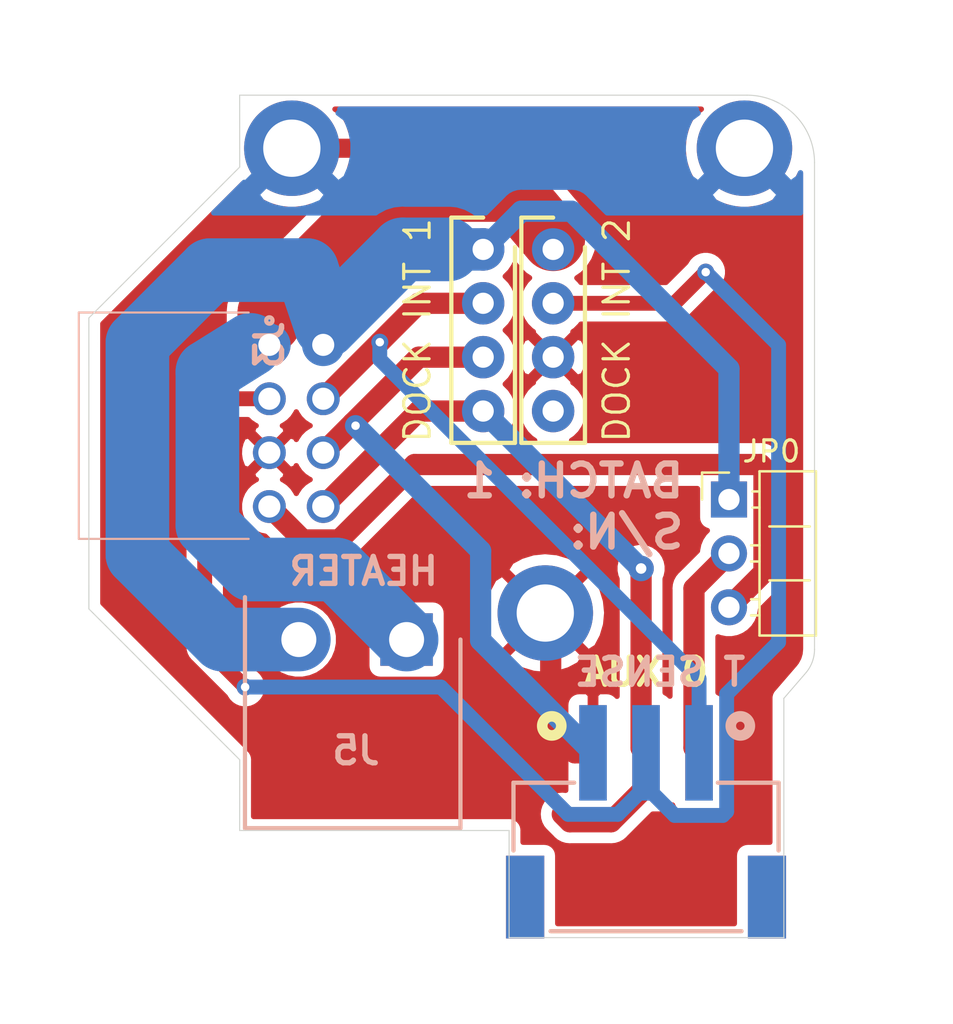
<source format=kicad_pcb>
(kicad_pcb (version 20171130) (host pcbnew "(5.1.9)-1")

  (general
    (thickness 1.6)
    (drawings 76)
    (tracks 86)
    (zones 0)
    (modules 10)
    (nets 10)
  )

  (page A4)
  (layers
    (0 F.Cu signal)
    (31 B.Cu signal)
    (32 B.Adhes user)
    (33 F.Adhes user)
    (34 B.Paste user)
    (35 F.Paste user)
    (36 B.SilkS user)
    (37 F.SilkS user)
    (38 B.Mask user)
    (39 F.Mask user)
    (40 Dwgs.User user)
    (41 Cmts.User user)
    (42 Eco1.User user)
    (43 Eco2.User user)
    (44 Edge.Cuts user)
    (45 Margin user)
    (46 B.CrtYd user)
    (47 F.CrtYd user)
    (48 B.Fab user)
    (49 F.Fab user)
  )

  (setup
    (last_trace_width 0.3)
    (user_trace_width 0.5)
    (user_trace_width 0.7)
    (user_trace_width 0.8)
    (user_trace_width 0.9)
    (user_trace_width 1)
    (user_trace_width 1.5)
    (user_trace_width 1.9)
    (user_trace_width 2)
    (user_trace_width 3)
    (user_trace_width 4)
    (trace_clearance 0.3)
    (zone_clearance 0.508)
    (zone_45_only no)
    (trace_min 0.2)
    (via_size 0.8)
    (via_drill 0.4)
    (via_min_size 0.4)
    (via_min_drill 0.3)
    (user_via 1.2 0.5)
    (user_via 3 1.5)
    (user_via 4 2)
    (uvia_size 0.3)
    (uvia_drill 0.1)
    (uvias_allowed no)
    (uvia_min_size 0.2)
    (uvia_min_drill 0.1)
    (edge_width 0.05)
    (segment_width 0.2)
    (pcb_text_width 0.3)
    (pcb_text_size 1.5 1.5)
    (mod_edge_width 0.12)
    (mod_text_size 1 1)
    (mod_text_width 0.15)
    (pad_size 1.524 1.524)
    (pad_drill 0.762)
    (pad_to_mask_clearance 0)
    (aux_axis_origin 0 0)
    (visible_elements 7FFFFFFF)
    (pcbplotparams
      (layerselection 0x010fc_ffffffff)
      (usegerberextensions false)
      (usegerberattributes true)
      (usegerberadvancedattributes true)
      (creategerberjobfile true)
      (excludeedgelayer true)
      (linewidth 0.100000)
      (plotframeref false)
      (viasonmask false)
      (mode 1)
      (useauxorigin false)
      (hpglpennumber 1)
      (hpglpenspeed 20)
      (hpglpendiameter 15.000000)
      (psnegative false)
      (psa4output false)
      (plotreference true)
      (plotvalue true)
      (plotinvisibletext false)
      (padsonsilk false)
      (subtractmaskfromsilk false)
      (outputformat 1)
      (mirror false)
      (drillshape 1)
      (scaleselection 1)
      (outputdirectory ""))
  )

  (net 0 "")
  (net 1 /GND1_1)
  (net 2 /THERM_OUT_1)
  (net 3 /AUX0_1)
  (net 4 /HEATER_OUT_1)
  (net 5 /24V_1)
  (net 6 /3V3_1)
  (net 7 /V_AUX0_1)
  (net 8 "Net-(J6-Pad3)")
  (net 9 /GND_1)

  (net_class Default "This is the default net class."
    (clearance 0.3)
    (trace_width 0.3)
    (via_dia 0.8)
    (via_drill 0.4)
    (uvia_dia 0.3)
    (uvia_drill 0.1)
    (add_net /24V_1)
    (add_net /3V3_1)
    (add_net /AUX0_1)
    (add_net /GND1_1)
    (add_net /GND_1)
    (add_net /HEATER_OUT_1)
    (add_net /THERM_OUT_1)
    (add_net /V_AUX0_1)
    (add_net "Net-(J6-Pad3)")
  )

  (module 0c-boards:811-S1-004-10-017101 (layer F.Cu) (tedit 60040630) (tstamp 6005AF96)
    (at 139.998999 65.35 270)
    (descr "Preci-Dip 8x1 Spring Pin Thru Hole 2.54mm Header")
    (path /60044234)
    (fp_text reference J8 (at 0 2.5 90) (layer F.Fab)
      (effects (font (size 1.2 1.2) (thickness 0.15)))
    )
    (fp_text value "DOCK INT 2" (at 0 -3 90) (layer F.SilkS)
      (effects (font (size 1.2 1.2) (thickness 0.15)))
    )
    (fp_line (start -3.92 -1.5) (end 5.31 -1.5) (layer F.SilkS) (width 0.2))
    (fp_line (start 5.31 -1.5) (end 5.31 1.5) (layer F.SilkS) (width 0.2))
    (fp_line (start 5.31 1.5) (end -5.31 1.5) (layer F.SilkS) (width 0.2))
    (fp_line (start -5.31 1.5) (end -5.31 0) (layer F.SilkS) (width 0.2))
    (fp_line (start -5.06 -1.25) (end 5.06 -1.25) (layer F.CrtYd) (width 0.05))
    (fp_line (start 5.06 -1.25) (end 5.06 1.25) (layer F.CrtYd) (width 0.05))
    (fp_line (start 5.06 1.25) (end -5.06 1.25) (layer F.CrtYd) (width 0.05))
    (fp_line (start -5.06 1.25) (end -5.06 -1.25) (layer F.CrtYd) (width 0.05))
    (pad 1 thru_hole circle (at -3.81 0 270) (size 2 2) (drill 1) (layers *.Cu *.Mask)
      (net 4 /HEATER_OUT_1))
    (pad 2 thru_hole circle (at -1.27 0 270) (size 2 2) (drill 1) (layers *.Cu *.Mask)
      (net 2 /THERM_OUT_1))
    (pad 3 thru_hole circle (at 1.27 0 270) (size 2 2) (drill 1) (layers *.Cu *.Mask)
      (net 9 /GND_1))
    (pad 4 thru_hole circle (at 3.81 0 270) (size 2 2) (drill 1) (layers *.Cu *.Mask))
    (model "D:/Users/Dave/Documents/3D Printing/Cube Zero/Electronics/switcher/c-boards/c-boards.pretty/811-S1-004-10-017.step"
      (offset (xyz -3.82 0 0))
      (scale (xyz 1 1 1))
      (rotate (xyz 0 0 0))
    )
  )

  (module MountingHole:MountingHole_2.7mm_M2.5_ISO7380_Pad_TopBottom (layer F.Cu) (tedit 56D1B4CB) (tstamp 6005AF42)
    (at 127.679 56.77)
    (descr "Mounting Hole 2.7mm, M2.5, ISO7380")
    (tags "mounting hole 2.7mm m2.5 iso7380")
    (path /600575E9)
    (attr virtual)
    (fp_text reference H4 (at 0 -3.25) (layer F.Fab)
      (effects (font (size 1 1) (thickness 0.15)))
    )
    (fp_text value MountingHole_Pad (at 0 3.25) (layer F.Fab)
      (effects (font (size 1 1) (thickness 0.15)))
    )
    (fp_circle (center 0 0) (end 2.5 0) (layer F.CrtYd) (width 0.05))
    (fp_circle (center 0 0) (end 2.25 0) (layer Cmts.User) (width 0.15))
    (fp_text user %R (at 0.3 0) (layer F.Fab)
      (effects (font (size 1 1) (thickness 0.15)))
    )
    (pad 1 connect circle (at 0 0) (size 4.5 4.5) (layers B.Cu B.Mask)
      (net 9 /GND_1))
    (pad 1 connect circle (at 0 0) (size 4.5 4.5) (layers F.Cu F.Mask)
      (net 9 /GND_1))
    (pad 1 thru_hole circle (at 0 0) (size 3.1 3.1) (drill 2.7) (layers *.Cu *.Mask)
      (net 9 /GND_1))
  )

  (module MountingHole:MountingHole_2.7mm_M2.5_ISO7380_Pad_TopBottom (layer F.Cu) (tedit 56D1B4CB) (tstamp 6005AF27)
    (at 139.629001 78.68)
    (descr "Mounting Hole 2.7mm, M2.5, ISO7380")
    (tags "mounting hole 2.7mm m2.5 iso7380")
    (path /600581E8)
    (attr virtual)
    (fp_text reference H5 (at 0 -3.25) (layer F.Fab)
      (effects (font (size 1 1) (thickness 0.15)))
    )
    (fp_text value MountingHole_Pad (at 0 3.25) (layer F.Fab)
      (effects (font (size 1 1) (thickness 0.15)))
    )
    (fp_circle (center 0 0) (end 2.5 0) (layer F.CrtYd) (width 0.05))
    (fp_circle (center 0 0) (end 2.25 0) (layer Cmts.User) (width 0.15))
    (fp_text user %R (at 0.3 0) (layer F.Fab)
      (effects (font (size 1 1) (thickness 0.15)))
    )
    (pad 1 connect circle (at 0 0) (size 4.5 4.5) (layers B.Cu B.Mask)
      (net 9 /GND_1))
    (pad 1 connect circle (at 0 0) (size 4.5 4.5) (layers F.Cu F.Mask)
      (net 9 /GND_1))
    (pad 1 thru_hole circle (at 0 0) (size 3.1 3.1) (drill 2.7) (layers *.Cu *.Mask)
      (net 9 /GND_1))
  )

  (module 1SamacSys_Parts:SSW-104-XX-YYY-D-RA (layer B.Cu) (tedit 60047270) (tstamp 6005AFCC)
    (at 126.619 66.04 90)
    (descr SSW-104-XX-YYY-D-RA)
    (tags Connector)
    (path /6004FEDF)
    (fp_text reference J3 (at 0 0 90) (layer B.SilkS)
      (effects (font (size 1.27 1.27) (thickness 0.254)) (justify mirror))
    )
    (fp_text value "INTERBOARD B" (at 0 0 90) (layer B.SilkS) hide
      (effects (font (size 1.27 1.27) (thickness 0.254)) (justify mirror))
    )
    (fp_circle (center 1.15 0) (end 1.15 -0.05) (layer B.SilkS) (width 0.2))
    (fp_line (start -10.345 -10.185) (end -10.345 4.315) (layer B.CrtYd) (width 0.05))
    (fp_line (start 2.725 -10.185) (end -10.345 -10.185) (layer B.CrtYd) (width 0.05))
    (fp_line (start 2.725 4.315) (end 2.725 -10.185) (layer B.CrtYd) (width 0.05))
    (fp_line (start -10.345 4.315) (end 2.725 4.315) (layer B.CrtYd) (width 0.05))
    (fp_line (start -9.145 -8.985) (end -9.145 -0.975) (layer B.SilkS) (width 0.1))
    (fp_line (start 1.525 -8.985) (end -9.145 -8.985) (layer B.SilkS) (width 0.1))
    (fp_line (start 1.525 -0.975) (end 1.525 -8.985) (layer B.SilkS) (width 0.1))
    (fp_line (start -9.145 -8.985) (end -9.145 -0.975) (layer B.Fab) (width 0.2))
    (fp_line (start 1.525 -8.985) (end -9.145 -8.985) (layer B.Fab) (width 0.2))
    (fp_line (start 1.525 -0.975) (end 1.525 -8.985) (layer B.Fab) (width 0.2))
    (fp_line (start -9.145 -0.975) (end 1.525 -0.975) (layer B.Fab) (width 0.2))
    (fp_text user %R (at 0 0 90) (layer B.Fab)
      (effects (font (size 1.27 1.27) (thickness 0.254)) (justify mirror))
    )
    (pad 8 thru_hole circle (at -7.62 2.54 90) (size 1.55 1.55) (drill 1.04) (layers *.Cu *.Mask)
      (net 3 /AUX0_1))
    (pad 7 thru_hole circle (at -7.62 0 90) (size 1.55 1.55) (drill 1.04) (layers *.Cu *.Mask)
      (net 7 /V_AUX0_1))
    (pad 6 thru_hole circle (at -5.08 2.54 90) (size 1.55 1.55) (drill 1.04) (layers *.Cu *.Mask)
      (net 6 /3V3_1))
    (pad 5 thru_hole circle (at -5.08 0 90) (size 1.55 1.55) (drill 1.04) (layers *.Cu *.Mask)
      (net 9 /GND_1))
    (pad 4 thru_hole circle (at -2.54 2.54 90) (size 1.55 1.55) (drill 1.04) (layers *.Cu *.Mask)
      (net 1 /GND1_1))
    (pad 3 thru_hole circle (at -2.54 0 90) (size 1.55 1.55) (drill 1.04) (layers *.Cu *.Mask)
      (net 2 /THERM_OUT_1))
    (pad 2 thru_hole circle (at 0 2.54 90) (size 1.55 1.55) (drill 1.04) (layers *.Cu *.Mask)
      (net 5 /24V_1))
    (pad 1 thru_hole circle (at 0 0 90) (size 1.55 1.55) (drill 1.04) (layers *.Cu *.Mask)
      (net 4 /HEATER_OUT_1))
    (model C:\SamacSys_PCB_Library\KiCad\SamacSys_Parts.3dshapes\SSW-104-02-G-D-RA.stp
      (offset (xyz -9.15 -1.5 2.54))
      (scale (xyz 1 1 1))
      (rotate (xyz 180 0 0))
    )
  )

  (module Connector_PinHeader_2.54mm:PinHeader_1x03_P2.54mm_Horizontal (layer F.Cu) (tedit 600571F5) (tstamp 6005AD56)
    (at 148.288999 73.33)
    (descr "Through hole angled pin header, 1x03, 2.54mm pitch, 6mm pin length, single row")
    (tags "Through hole angled pin header THT 1x03 2.54mm single row")
    (path /60039C4C)
    (fp_text reference JP0 (at 2.001001 -2.27) (layer F.SilkS)
      (effects (font (size 1 1) (thickness 0.15)))
    )
    (fp_text value "AUXO 24V SEL" (at 4.385 7.35) (layer F.Fab)
      (effects (font (size 1 1) (thickness 0.15)))
    )
    (fp_line (start 10.55 -1.8) (end -1.8 -1.8) (layer F.CrtYd) (width 0.05))
    (fp_line (start 10.55 6.85) (end 10.55 -1.8) (layer F.CrtYd) (width 0.05))
    (fp_line (start -1.8 6.85) (end 10.55 6.85) (layer F.CrtYd) (width 0.05))
    (fp_line (start -1.8 -1.8) (end -1.8 6.85) (layer F.CrtYd) (width 0.05))
    (fp_line (start -1.27 -1.27) (end 0 -1.27) (layer F.SilkS) (width 0.12))
    (fp_line (start -1.27 0) (end -1.27 -1.27) (layer F.SilkS) (width 0.12))
    (fp_line (start 1.042929 5.46) (end 1.44 5.46) (layer F.SilkS) (width 0.12))
    (fp_line (start 1.042929 4.7) (end 1.44 4.7) (layer F.SilkS) (width 0.12))
    (fp_line (start 1.905 3.81) (end 3.81 3.81) (layer F.SilkS) (width 0.12))
    (fp_line (start 1.042929 2.92) (end 1.44 2.92) (layer F.SilkS) (width 0.12))
    (fp_line (start 1.042929 2.16) (end 1.44 2.16) (layer F.SilkS) (width 0.12))
    (fp_line (start 1.905 1.27) (end 3.81 1.27) (layer F.SilkS) (width 0.12))
    (fp_line (start 1.11 0.38) (end 1.44 0.38) (layer F.SilkS) (width 0.12))
    (fp_line (start 1.11 -0.38) (end 1.44 -0.38) (layer F.SilkS) (width 0.12))
    (fp_line (start 4.1 -1.33) (end 1.44 -1.33) (layer F.SilkS) (width 0.12))
    (fp_line (start 1.44 6.41) (end 4.1 6.41) (layer F.SilkS) (width 0.12))
    (fp_line (start 1.44 -1.33) (end 1.44 6.41) (layer F.SilkS) (width 0.12))
    (fp_line (start 4.04 5.4) (end 10.04 5.4) (layer F.Fab) (width 0.1))
    (fp_line (start 10.04 4.76) (end 10.04 5.4) (layer F.Fab) (width 0.1))
    (fp_line (start 4.04 4.76) (end 10.04 4.76) (layer F.Fab) (width 0.1))
    (fp_line (start -0.32 5.4) (end 1.5 5.4) (layer F.Fab) (width 0.1))
    (fp_line (start -0.32 4.76) (end -0.32 5.4) (layer F.Fab) (width 0.1))
    (fp_line (start -0.32 4.76) (end 1.5 4.76) (layer F.Fab) (width 0.1))
    (fp_line (start 4.04 2.86) (end 10.04 2.86) (layer F.Fab) (width 0.1))
    (fp_line (start 10.04 2.22) (end 10.04 2.86) (layer F.Fab) (width 0.1))
    (fp_line (start 4.04 2.22) (end 10.04 2.22) (layer F.Fab) (width 0.1))
    (fp_line (start -0.32 2.86) (end 1.5 2.86) (layer F.Fab) (width 0.1))
    (fp_line (start -0.32 2.22) (end -0.32 2.86) (layer F.Fab) (width 0.1))
    (fp_line (start -0.32 2.22) (end 1.5 2.22) (layer F.Fab) (width 0.1))
    (fp_line (start 10.04 -0.32) (end 10.04 0.32) (layer F.Fab) (width 0.1))
    (fp_line (start -0.32 0.32) (end 1.5 0.32) (layer F.Fab) (width 0.1))
    (fp_line (start -0.32 -0.32) (end -0.32 0.32) (layer F.Fab) (width 0.1))
    (fp_line (start -0.32 -0.32) (end 1.5 -0.32) (layer F.Fab) (width 0.1))
    (fp_line (start 1.5 -0.635) (end 2.135 -1.27) (layer F.Fab) (width 0.1))
    (fp_line (start 1.5 6.35) (end 1.5 -0.635) (layer F.Fab) (width 0.1))
    (fp_line (start 4.04 6.35) (end 1.5 6.35) (layer F.Fab) (width 0.1))
    (fp_line (start 4.04 -1.27) (end 4.04 6.35) (layer F.Fab) (width 0.1))
    (fp_line (start 2.135 -1.27) (end 4.04 -1.27) (layer F.Fab) (width 0.1))
    (fp_line (start 4.1 -1.33) (end 4.1 6.41) (layer F.SilkS) (width 0.12))
    (fp_text user %R (at 2.77 2.54 90) (layer F.Fab)
      (effects (font (size 1 1) (thickness 0.15)))
    )
    (pad 3 thru_hole oval (at 0 5.08) (size 1.7 1.7) (drill 1) (layers *.Cu *.Mask)
      (net 7 /V_AUX0_1))
    (pad 2 thru_hole oval (at 0 2.54) (size 1.7 1.7) (drill 1) (layers *.Cu *.Mask)
      (net 8 "Net-(J6-Pad3)"))
    (pad 1 thru_hole rect (at 0 0) (size 1.7 1.7) (drill 1) (layers *.Cu *.Mask)
      (net 5 /24V_1))
    (model ${KISYS3DMOD}/Connector_PinHeader_2.54mm.3dshapes/PinHeader_1x03_P2.54mm_Horizontal.wrl
      (at (xyz 0 0 0))
      (scale (xyz 1 1 1))
      (rotate (xyz 0 0 0))
    )
  )

  (module 0c-boards:811-S1-004-10-017101 (layer F.Cu) (tedit 60040630) (tstamp 6005AE43)
    (at 136.699001 65.35 270)
    (descr "Preci-Dip 8x1 Spring Pin Thru Hole 2.54mm Header")
    (path /60042F3C)
    (fp_text reference J7 (at 0 2.5 90) (layer F.Fab)
      (effects (font (size 1.2 1.2) (thickness 0.15)))
    )
    (fp_text value "DOCK INT 1" (at 0 3.095001 90) (layer F.SilkS)
      (effects (font (size 1.2 1.2) (thickness 0.15)))
    )
    (fp_line (start -3.92 -1.5) (end 5.31 -1.5) (layer F.SilkS) (width 0.2))
    (fp_line (start 5.31 -1.5) (end 5.31 1.5) (layer F.SilkS) (width 0.2))
    (fp_line (start 5.31 1.5) (end -5.31 1.5) (layer F.SilkS) (width 0.2))
    (fp_line (start -5.31 1.5) (end -5.31 0) (layer F.SilkS) (width 0.2))
    (fp_line (start -5.06 -1.25) (end 5.06 -1.25) (layer F.CrtYd) (width 0.05))
    (fp_line (start 5.06 -1.25) (end 5.06 1.25) (layer F.CrtYd) (width 0.05))
    (fp_line (start 5.06 1.25) (end -5.06 1.25) (layer F.CrtYd) (width 0.05))
    (fp_line (start -5.06 1.25) (end -5.06 -1.25) (layer F.CrtYd) (width 0.05))
    (pad 1 thru_hole circle (at -3.81 0 270) (size 2 2) (drill 1) (layers *.Cu *.Mask)
      (net 5 /24V_1))
    (pad 2 thru_hole circle (at -1.27 0 270) (size 2 2) (drill 1) (layers *.Cu *.Mask)
      (net 1 /GND1_1))
    (pad 3 thru_hole circle (at 1.27 0 270) (size 2 2) (drill 1) (layers *.Cu *.Mask)
      (net 6 /3V3_1))
    (pad 4 thru_hole circle (at 3.81 0 270) (size 2 2) (drill 1) (layers *.Cu *.Mask)
      (net 3 /AUX0_1))
    (model "D:/Users/Dave/Documents/3D Printing/Cube Zero/Electronics/switcher/c-boards/c-boards.pretty/811-S1-004-10-017.step"
      (offset (xyz -3.82 0 0))
      (scale (xyz 1 1 1))
      (rotate (xyz 0 0 0))
    )
  )

  (module 0_Daves_Stuff:JST-XH_2.50MM_03x01_SMT (layer B.Cu) (tedit 6004C316) (tstamp 6005AE06)
    (at 144.379 85.27 180)
    (descr S3B-XH-SM4-TB)
    (tags Connector)
    (path /6006A913)
    (attr smd)
    (fp_text reference J4 (at 0 -4.445) (layer B.Fab)
      (effects (font (size 1.27 1.27) (thickness 0.254)) (justify mirror))
    )
    (fp_text value "T SENSE" (at -0.655 3.81) (layer B.SilkS)
      (effects (font (size 1.27 1.27) (thickness 0.254)) (justify mirror))
    )
    (fp_line (start -6.25 -1.407) (end 6.25 -1.407) (layer B.Fab) (width 0.2))
    (fp_line (start 6.25 -1.407) (end 6.25 -8.407) (layer B.Fab) (width 0.2))
    (fp_line (start 6.25 -8.407) (end -6.25 -8.407) (layer B.Fab) (width 0.2))
    (fp_line (start -6.25 -8.407) (end -6.25 -1.407) (layer B.Fab) (width 0.2))
    (fp_line (start -4.5 -8.407) (end 4.5 -8.407) (layer B.SilkS) (width 0.2))
    (fp_line (start -6.25 -1.407) (end -6.25 -4.6) (layer B.SilkS) (width 0.2))
    (fp_line (start -6.25 -1.407) (end -3.388 -1.407) (layer B.SilkS) (width 0.2))
    (fp_line (start 6.25 -1.407) (end 3.391 -1.407) (layer B.SilkS) (width 0.2))
    (fp_line (start 6.25 -1.407) (end 6.25 -4.6) (layer B.SilkS) (width 0.2))
    (fp_line (start 6.985 -8.89) (end -6.985 -8.89) (layer B.CrtYd) (width 0.12))
    (fp_line (start -6.985 -8.89) (end -6.985 2.54) (layer B.CrtYd) (width 0.12))
    (fp_line (start -6.985 2.54) (end 6.985 2.54) (layer B.CrtYd) (width 0.12))
    (fp_line (start 6.985 2.54) (end 6.985 -8.89) (layer B.CrtYd) (width 0.12))
    (fp_circle (center -4.445 1.27) (end -4.245 1.27) (layer B.SilkS) (width 0.5))
    (fp_text user %R (at 0 -4.445) (layer B.Fab)
      (effects (font (size 1.27 1.27) (thickness 0.254)) (justify mirror))
    )
    (pad 5 smd rect (at 5.7 -6.8 180) (size 1.8 3.9) (layers B.Cu B.Paste B.Mask))
    (pad 4 smd rect (at -5.7 -6.8 180) (size 1.8 3.9) (layers B.Cu B.Paste B.Mask))
    (pad 3 smd rect (at 2.5 0 180) (size 1.3 4.5) (layers B.Cu B.Paste B.Mask)
      (net 6 /3V3_1))
    (pad 2 smd rect (at 0 0 180) (size 1.3 4.5) (layers B.Cu B.Paste B.Mask)
      (net 2 /THERM_OUT_1))
    (pad 1 smd rect (at -2.5 0 180) (size 1.3 4.5) (layers B.Cu B.Paste B.Mask)
      (net 1 /GND1_1))
    (model "D:/Users/Dave/Documents/3D Printing/Cube Zero/Electronics/switcher/c-boards/c-boards.pretty/JST-XH SMT 1x3.step"
      (offset (xyz 0 -8.5 0))
      (scale (xyz 1 1 1))
      (rotate (xyz 0 0 0))
    )
  )

  (module MountingHole:MountingHole_2.7mm_M2.5_ISO7380_Pad_TopBottom (layer F.Cu) (tedit 56D1B4CB) (tstamp 6005ADDD)
    (at 149.018999 56.77)
    (descr "Mounting Hole 2.7mm, M2.5, ISO7380")
    (tags "mounting hole 2.7mm m2.5 iso7380")
    (path /60056B10)
    (attr virtual)
    (fp_text reference H3 (at 0 -3.25) (layer F.Fab)
      (effects (font (size 1 1) (thickness 0.15)))
    )
    (fp_text value MountingHole_Pad (at 0 3.25) (layer F.Fab)
      (effects (font (size 1 1) (thickness 0.15)))
    )
    (fp_circle (center 0 0) (end 2.5 0) (layer F.CrtYd) (width 0.05))
    (fp_circle (center 0 0) (end 2.25 0) (layer Cmts.User) (width 0.15))
    (fp_text user %R (at 0.3 0) (layer F.Fab)
      (effects (font (size 1 1) (thickness 0.15)))
    )
    (pad 1 connect circle (at 0 0) (size 4.5 4.5) (layers B.Cu B.Mask)
      (net 9 /GND_1))
    (pad 1 connect circle (at 0 0) (size 4.5 4.5) (layers F.Cu F.Mask)
      (net 9 /GND_1))
    (pad 1 thru_hole circle (at 0 0) (size 3.1 3.1) (drill 2.7) (layers *.Cu *.Mask)
      (net 9 /GND_1))
  )

  (module 0_Daves_Stuff:JST-XH_2.50MM_03x01_SMT (layer F.Cu) (tedit 6004C316) (tstamp 60053BFE)
    (at 144.379 85.27)
    (descr S3B-XH-SM4-TB)
    (tags Connector)
    (path /60074238)
    (attr smd)
    (fp_text reference J6 (at 0 4.445) (layer F.Fab)
      (effects (font (size 1.27 1.27) (thickness 0.254)))
    )
    (fp_text value "AUX 0" (at 0 -3.81) (layer F.SilkS)
      (effects (font (size 1.27 1.27) (thickness 0.254)))
    )
    (fp_line (start -6.25 1.407) (end 6.25 1.407) (layer F.Fab) (width 0.2))
    (fp_line (start 6.25 1.407) (end 6.25 8.407) (layer F.Fab) (width 0.2))
    (fp_line (start 6.25 8.407) (end -6.25 8.407) (layer F.Fab) (width 0.2))
    (fp_line (start -6.25 8.407) (end -6.25 1.407) (layer F.Fab) (width 0.2))
    (fp_line (start -4.5 8.407) (end 4.5 8.407) (layer F.SilkS) (width 0.2))
    (fp_line (start -6.25 1.407) (end -6.25 4.6) (layer F.SilkS) (width 0.2))
    (fp_line (start -6.25 1.407) (end -3.388 1.407) (layer F.SilkS) (width 0.2))
    (fp_line (start 6.25 1.407) (end 3.391 1.407) (layer F.SilkS) (width 0.2))
    (fp_line (start 6.25 1.407) (end 6.25 4.6) (layer F.SilkS) (width 0.2))
    (fp_line (start 6.985 8.89) (end -6.985 8.89) (layer F.CrtYd) (width 0.12))
    (fp_line (start -6.985 8.89) (end -6.985 -2.54) (layer F.CrtYd) (width 0.12))
    (fp_line (start -6.985 -2.54) (end 6.985 -2.54) (layer F.CrtYd) (width 0.12))
    (fp_line (start 6.985 -2.54) (end 6.985 8.89) (layer F.CrtYd) (width 0.12))
    (fp_circle (center -4.445 -1.27) (end -4.245 -1.27) (layer F.SilkS) (width 0.5))
    (fp_text user %R (at 0 4.445) (layer F.Fab)
      (effects (font (size 1.27 1.27) (thickness 0.254)))
    )
    (pad 5 smd rect (at 5.7 6.8) (size 1.8 3.9) (layers F.Cu F.Paste F.Mask))
    (pad 4 smd rect (at -5.7 6.8) (size 1.8 3.9) (layers F.Cu F.Paste F.Mask))
    (pad 3 smd rect (at 2.5 0) (size 1.3 4.5) (layers F.Cu F.Paste F.Mask)
      (net 8 "Net-(J6-Pad3)"))
    (pad 2 smd rect (at 0 0) (size 1.3 4.5) (layers F.Cu F.Paste F.Mask)
      (net 3 /AUX0_1))
    (pad 1 smd rect (at -2.5 0) (size 1.3 4.5) (layers F.Cu F.Paste F.Mask)
      (net 9 /GND_1))
    (model "D:/Users/Dave/Documents/3D Printing/Cube Zero/Electronics/switcher/c-boards/c-boards.pretty/JST-XH SMT 1x3.step"
      (offset (xyz 0 -8.5 0))
      (scale (xyz 1 1 1))
      (rotate (xyz 0 0 0))
    )
  )

  (module 1SamacSys_Parts:SHDRRA2W102P0X508_1X2_1016X1200X850P (layer B.Cu) (tedit 60057222) (tstamp 6005AF65)
    (at 133.089 79.93)
    (descr 282815-2)
    (tags Connector)
    (path /6000E48F)
    (fp_text reference J5 (at -2.3876 5.2324) (layer B.SilkS)
      (effects (font (size 1.27 1.27) (thickness 0.254)) (justify mirror))
    )
    (fp_text value HEATER (at -2.025 -3.222) (layer B.SilkS)
      (effects (font (size 1.27 1.27) (thickness 0.254)) (justify mirror))
    )
    (fp_line (start 2.79 -2.25) (end -7.87 -2.25) (layer B.CrtYd) (width 0.05))
    (fp_line (start -7.87 -2.25) (end -7.87 10.25) (layer B.CrtYd) (width 0.05))
    (fp_line (start -7.87 10.25) (end 2.79 10.25) (layer B.CrtYd) (width 0.05))
    (fp_line (start 2.79 10.25) (end 2.79 -2.25) (layer B.CrtYd) (width 0.05))
    (fp_line (start 2.54 -2) (end -7.62 -2) (layer B.Fab) (width 0.1))
    (fp_line (start -7.62 -2) (end -7.62 10) (layer B.Fab) (width 0.1))
    (fp_line (start -7.62 10) (end 2.54 10) (layer B.Fab) (width 0.1))
    (fp_line (start 2.54 10) (end 2.54 -2) (layer B.Fab) (width 0.1))
    (fp_line (start 2.54 0) (end 2.54 8.89) (layer B.SilkS) (width 0.2))
    (fp_line (start 2.54 8.89) (end -7.62 8.89) (layer B.SilkS) (width 0.2))
    (fp_line (start -7.62 8.89) (end -7.62 -2) (layer B.SilkS) (width 0.2))
    (fp_text user %R (at -2.3368 5.2324) (layer B.Fab)
      (effects (font (size 1.27 1.27) (thickness 0.254)) (justify mirror))
    )
    (pad 2 thru_hole circle (at -5.08 0) (size 2.475 2.475) (drill 1.65) (layers *.Cu *.Mask)
      (net 5 /24V_1))
    (pad 1 thru_hole rect (at 0 0) (size 2.475 2.475) (drill 1.65) (layers *.Cu *.Mask)
      (net 4 /HEATER_OUT_1))
    (model C:\SamacSys_PCB_Library\KiCad\SamacSys_Parts.3dshapes\282815-2.stp
      (offset (xyz -2.539999923706063 9.999999849814946 3.799999895246092))
      (scale (xyz 1 1 1))
      (rotate (xyz -90 0 -180))
    )
    (model "D:/Users/Dave/Documents/3D Printing/Cube Zero/Electronics/switcher/c-boards/c-boards.pretty/282807-2.stp"
      (offset (xyz -2.54 1.51 0))
      (scale (xyz 1 1 1))
      (rotate (xyz -90 0 0))
    )
  )

  (gr_line (start 150.876 82.7024) (end 151.907 81.508) (angle 90) (layer Edge.Cuts) (width 0.05) (tstamp 6005AF13))
  (gr_circle (center 140.838999 61.54) (end 141.838999 61.54) (layer Dwgs.User) (width 0.2))
  (gr_line (start 118.109 74.93) (end 115.569 74.93) (layer Dwgs.User) (width 0.2))
  (gr_line (start 136.699001 61.54) (end 137.969 60.27) (layer Dwgs.User) (width 0.2))
  (gr_circle (center 126.619 73.66) (end 127.619 73.66) (layer Dwgs.User) (width 0.2))
  (gr_line (start 135.429 70.43) (end 135.429 60.27) (layer Dwgs.User) (width 0.2))
  (gr_line (start 142.108999 60.27) (end 142.108999 70.43) (layer Dwgs.User) (width 0.2))
  (gr_line (start 135.179 60.02) (end 135.179 70.68) (layer Dwgs.User) (width 0.2))
  (gr_line (start 131.179 74.68) (end 146.358999 74.68) (layer Dwgs.User) (width 0.2))
  (gr_line (start 115.569 64.77) (end 118.109 64.77) (layer Dwgs.User) (width 0.2))
  (gr_line (start 138.129001 93.68) (end 138.129001 86.68) (layer Dwgs.User) (width 0.2))
  (gr_line (start 142.358999 60.02) (end 135.179 60.02) (layer Dwgs.User) (width 0.2))
  (gr_line (start 128.009 78.93) (end 133.089 78.93) (layer Dwgs.User) (width 0.2))
  (gr_line (start 149.128999 73.33) (end 150.399 72.06) (layer Dwgs.User) (width 0.2))
  (gr_line (start 130.429 74.93) (end 118.109 74.93) (layer Dwgs.User) (width 0.2))
  (gr_line (start 139.569 60.27) (end 142.108999 60.27) (layer Dwgs.User) (width 0.2))
  (gr_circle (center 149.858999 56.77) (end 151.208999 56.77) (layer Dwgs.User) (width 0.2))
  (gr_circle (center 136.699001 61.54) (end 137.699001 61.54) (layer Dwgs.User) (width 0.2))
  (gr_line (start 131.179 56.02) (end 131.179 74.68) (layer Dwgs.User) (width 0.2))
  (gr_line (start 118.109 64.77) (end 115.569 64.77) (layer Dwgs.User) (width 0.2))
  (gr_line (start 150.629 93.68) (end 138.129001 93.68) (layer Dwgs.User) (width 0.2))
  (gr_circle (center 141.839 85.27) (end 142.839 85.27) (layer Dwgs.User) (width 0.2))
  (gr_line (start 137.969 70.43) (end 135.429 70.43) (layer Dwgs.User) (width 0.2))
  (gr_line (start 125.469 76.93) (end 128.009 78.93) (layer Dwgs.User) (width 0.2))
  (gr_line (start 115.569 65.024) (end 115.569 67.056) (layer Dwgs.User) (width 0.2))
  (gr_line (start 138.129001 86.68) (end 150.629 86.68) (layer Dwgs.User) (width 0.2))
  (gr_line (start 150.399 72.06) (end 147.858999 72.06) (layer Dwgs.User) (width 0.2))
  (gr_line (start 139.569 70.43) (end 139.569 60.27) (layer Dwgs.User) (width 0.2))
  (gr_line (start 125.469 88.93) (end 125.469 76.93) (layer Dwgs.User) (width 0.2))
  (gr_arc (start 135.179 60.02) (end 135.929 60.02) (angle -270) (layer Dwgs.User) (width 0.2))
  (gr_line (start 142.358999 70.68) (end 142.358999 60.02) (layer Dwgs.User) (width 0.2))
  (gr_line (start 142.108999 70.43) (end 139.569 70.43) (layer Dwgs.User) (width 0.2))
  (gr_line (start 118.109 64.77) (end 130.429 64.77) (layer Dwgs.User) (width 0.2))
  (gr_line (start 135.629001 88.93) (end 125.469 88.93) (layer Dwgs.User) (width 0.2))
  (gr_arc (start 135.179 70.68) (end 135.179 69.93) (angle -270) (layer Dwgs.User) (width 0.2))
  (gr_line (start 135.179 70.68) (end 142.358999 70.68) (layer Dwgs.User) (width 0.2))
  (gr_line (start 118.109 65.024) (end 118.109 67.056) (layer Dwgs.User) (width 0.2))
  (gr_line (start 135.429 60.27) (end 136.699001 61.54) (layer Dwgs.User) (width 0.2))
  (gr_line (start 139.569 60.27) (end 140.838999 61.54) (layer Dwgs.User) (width 0.2))
  (gr_arc (start 142.358999 60.02) (end 142.358999 60.77) (angle -270) (layer Dwgs.User) (width 0.2))
  (gr_line (start 125.469 76.93) (end 135.629001 76.93) (layer Dwgs.User) (width 0.2))
  (gr_line (start 137.969 60.27) (end 137.969 70.43) (layer Dwgs.User) (width 0.2))
  (gr_line (start 147.858999 79.68) (end 150.399 79.68) (layer Dwgs.User) (width 0.2))
  (gr_line (start 150.629 86.68) (end 150.629 93.68) (layer Dwgs.User) (width 0.2))
  (gr_circle (center 139.629001 78.68) (end 140.979 78.68) (layer Dwgs.User) (width 0.2))
  (gr_line (start 115.569 71.697521) (end 124.469 71.697521) (layer Dwgs.User) (width 0.2))
  (gr_line (start 150.399 79.68) (end 150.399 72.06) (layer Dwgs.User) (width 0.2))
  (gr_line (start 147.858999 72.06) (end 147.858999 79.68) (layer Dwgs.User) (width 0.2))
  (gr_line (start 138.129001 86.68) (end 141.839 85.27) (layer Dwgs.User) (width 0.2))
  (gr_line (start 140.838999 61.54) (end 142.108999 60.27) (layer Dwgs.User) (width 0.2))
  (gr_circle (center 149.128999 73.33) (end 149.479 73.914) (layer Dwgs.User) (width 0.15))
  (gr_line (start 146.358999 74.68) (end 146.359 56.02) (layer Dwgs.User) (width 0.2))
  (gr_arc (start 142.358999 70.68) (end 141.608999 70.68) (angle -270) (layer Dwgs.User) (width 0.2))
  (gr_line (start 147.858999 72.06) (end 149.128999 73.33) (layer Dwgs.User) (width 0.2))
  (gr_circle (center 133.089 78.93) (end 134.089 78.93) (layer Dwgs.User) (width 0.2))
  (gr_line (start 146.359 56.02) (end 131.179 56.02) (layer Dwgs.User) (width 0.2))
  (gr_line (start 126.619 64.77) (end 126.619 74.93) (layer Dwgs.User) (width 0.2))
  (gr_circle (center 127.679 56.77) (end 129.029 56.77) (layer Dwgs.User) (width 0.2))
  (gr_line (start 115.569 74.93) (end 118.109 74.93) (layer Dwgs.User) (width 0.2))
  (gr_line (start 130.429 64.77) (end 130.429 74.93) (layer Dwgs.User) (width 0.2))
  (gr_line (start 135.629001 76.93) (end 135.629001 88.93) (layer Dwgs.User) (width 0.2))
  (gr_line (start 135.429 60.27) (end 137.969 60.27) (layer Dwgs.User) (width 0.2))
  (gr_line (start 125.219 54.27) (end 149.145 54.27) (angle 90) (layer Edge.Cuts) (width 0.05) (tstamp 6005AF1C))
  (gr_line (start 125.222 57.658) (end 125.219 54.27) (angle 90) (layer Edge.Cuts) (width 0.05) (tstamp 6005AF19))
  (gr_line (start 152.322 57.447) (end 152.322 80.39) (angle 90) (layer Edge.Cuts) (width 0.05) (tstamp 6005AF16))
  (gr_line (start 118.11 78.486) (end 118.109 64.77) (angle 90) (layer Edge.Cuts) (width 0.05) (tstamp 6005AF10))
  (gr_line (start 118.11 78.486) (end 125.222 85.598) (angle 90) (layer Edge.Cuts) (width 0.05) (tstamp 6005AF0D))
  (gr_line (start 125.219 88.93) (end 125.222 85.598) (angle 90) (layer Edge.Cuts) (width 0.05) (tstamp 6005AF0A))
  (gr_line (start 125.219 88.93) (end 137.922 88.93) (angle 90) (layer Edge.Cuts) (width 0.05) (tstamp 6005AF07))
  (gr_line (start 150.876 93.98) (end 137.922 93.98) (angle 90) (layer Edge.Cuts) (width 0.05) (tstamp 6005AF04))
  (gr_line (start 118.109 64.77) (end 125.222 57.658) (angle 90) (layer Edge.Cuts) (width 0.05) (tstamp 6005AF01))
  (gr_arc (start 149.145 57.447) (end 152.322 57.447) (angle -90) (layer Edge.Cuts) (width 0.05) (tstamp 6005AEFE))
  (gr_arc (start 150.61 80.39) (end 151.907 81.508) (angle -40.74) (layer Edge.Cuts) (width 0.05) (tstamp 6005AEFB))
  (gr_line (start 150.876 93.98) (end 150.876 82.7024) (angle 90) (layer Edge.Cuts) (width 0.05) (tstamp 6005AEF8))
  (gr_line (start 137.922 88.93) (end 137.922 93.98) (angle 90) (layer Edge.Cuts) (width 0.05) (tstamp 6005AEF5))
  (gr_text "BATCH: 1\nS/N:" (at 146.304 73.66) (layer B.SilkS) (tstamp 6005AE62)
    (effects (font (size 1.5 1.5) (thickness 0.3)) (justify left mirror))
  )

  (via (at 131.826 65.913) (size 0.8) (drill 0.4) (layers F.Cu B.Cu) (net 1) (tstamp 6005AE65))
  (segment (start 146.879 85.27) (end 146.879 81.782001) (width 0.7) (layer B.Cu) (net 1) (tstamp 6005AEC5))
  (segment (start 129.159 68.58) (end 131.826 65.913) (width 1) (layer F.Cu) (net 1))
  (segment (start 131.826 65.913) (end 133.659 64.08) (width 1) (layer F.Cu) (net 1))
  (segment (start 133.659 64.08) (end 136.699001 64.08) (width 1) (layer F.Cu) (net 1))
  (segment (start 146.879 81.782001) (end 131.826 66.729001) (width 0.7) (layer B.Cu) (net 1) (tstamp 6005AEEF))
  (segment (start 131.826 66.729001) (end 131.826 65.913) (width 0.7) (layer B.Cu) (net 1) (tstamp 6005AEF2))
  (via (at 147.193 62.611) (size 0.8) (drill 0.4) (layers F.Cu B.Cu) (net 2) (tstamp 6005AE68))
  (via (at 125.476 82.169) (size 0.8) (drill 0.4) (layers F.Cu B.Cu) (net 2) (tstamp 6005AE6B))
  (segment (start 123.571 69.723) (end 123.571 80.264) (width 0.7) (layer F.Cu) (net 2))
  (segment (start 123.571 80.264) (end 125.476 82.169) (width 0.7) (layer F.Cu) (net 2))
  (segment (start 143.049001 88.170001) (end 140.708999 88.170001) (width 0.7) (layer B.Cu) (net 2) (tstamp 6005AEC8))
  (segment (start 148.179001 88.040001) (end 148.179001 82.499999) (width 0.7) (layer B.Cu) (net 2) (tstamp 6005AECB))
  (segment (start 140.708999 88.170001) (end 134.707998 82.169) (width 0.7) (layer B.Cu) (net 2) (tstamp 6005AECE))
  (segment (start 148.179001 82.499999) (end 150.629 80.05) (width 0.7) (layer B.Cu) (net 2) (tstamp 6005AED1))
  (segment (start 124.714 68.58) (end 123.571 69.723) (width 0.7) (layer F.Cu) (net 2))
  (segment (start 144.379 85.27) (end 144.379 86.87) (width 0.7) (layer B.Cu) (net 2) (tstamp 6005AED4))
  (segment (start 144.379 86.840002) (end 144.379 85.27) (width 0.7) (layer B.Cu) (net 2) (tstamp 6005AED7))
  (segment (start 150.629 66.047) (end 147.193 62.611) (width 0.7) (layer B.Cu) (net 2) (tstamp 6005AEDA))
  (segment (start 143.049001 88.170001) (end 144.379 86.840002) (width 0.7) (layer B.Cu) (net 2) (tstamp 6005AEDD))
  (segment (start 126.619 68.58) (end 124.714 68.58) (width 0.7) (layer F.Cu) (net 2))
  (segment (start 134.707998 82.169) (end 125.476 82.169) (width 0.7) (layer B.Cu) (net 2) (tstamp 6005AEE0))
  (segment (start 144.379 86.87) (end 145.729 88.22) (width 0.7) (layer B.Cu) (net 2) (tstamp 6005AEE3))
  (segment (start 145.729 88.22) (end 147.999002 88.22) (width 0.7) (layer B.Cu) (net 2) (tstamp 6005AEE6))
  (segment (start 150.629 80.05) (end 150.629 66.047) (width 0.7) (layer B.Cu) (net 2) (tstamp 6005AEE9))
  (segment (start 147.999002 88.22) (end 148.179001 88.040001) (width 0.7) (layer B.Cu) (net 2) (tstamp 6005AEEC))
  (segment (start 145.724 64.08) (end 139.998999 64.08) (width 0.7) (layer F.Cu) (net 2))
  (segment (start 147.193 62.611) (end 145.724 64.08) (width 0.7) (layer F.Cu) (net 2))
  (via (at 144.145 76.581) (size 1.2) (drill 0.5) (layers F.Cu B.Cu) (net 3) (tstamp 6005AE6E))
  (segment (start 144.120001 76.581) (end 144.145 76.581) (width 1) (layer B.Cu) (net 3) (tstamp 6005AE80))
  (segment (start 136.699001 69.16) (end 144.120001 76.581) (width 1) (layer B.Cu) (net 3) (tstamp 6005AE8F))
  (segment (start 133.659 69.16) (end 129.159 73.66) (width 1) (layer F.Cu) (net 3))
  (segment (start 144.379 85.27) (end 144.379 86.87) (width 1) (layer F.Cu) (net 3))
  (segment (start 144.145 76.581) (end 144.145 85.036) (width 1) (layer F.Cu) (net 3))
  (segment (start 144.145 85.036) (end 144.379 85.27) (width 1) (layer F.Cu) (net 3))
  (segment (start 144.379 86.87) (end 142.729 88.52) (width 1) (layer F.Cu) (net 3))
  (segment (start 136.699001 69.16) (end 133.659 69.16) (width 1) (layer F.Cu) (net 3))
  (segment (start 140.788998 88.52) (end 140.428999 88.160001) (width 1) (layer F.Cu) (net 3))
  (segment (start 142.729 88.52) (end 140.788998 88.52) (width 1) (layer F.Cu) (net 3))
  (segment (start 125.777988 76.62999) (end 123.698 74.550002) (width 3) (layer B.Cu) (net 4) (tstamp 6005AE8C))
  (segment (start 123.698 74.550002) (end 123.698 67.31) (width 3) (layer B.Cu) (net 4) (tstamp 6005AE98))
  (segment (start 129.78899 76.62999) (end 125.777988 76.62999) (width 3) (layer B.Cu) (net 4) (tstamp 6005AE9E))
  (segment (start 126.619 66.04) (end 124.968 66.04) (width 2) (layer B.Cu) (net 4) (tstamp 6005AEAA))
  (segment (start 123.698 67.31) (end 125.73 66.04) (width 3) (layer B.Cu) (net 4) (tstamp 6005AEAD))
  (segment (start 133.089 79.93) (end 129.78899 76.62999) (width 3) (layer B.Cu) (net 4) (tstamp 6005AEB0))
  (segment (start 126.619 66.04) (end 126.619 64.943985) (width 2) (layer F.Cu) (net 4))
  (segment (start 138.038998 58.739999) (end 140.0048 61.0616) (width 3) (layer F.Cu) (net 4))
  (segment (start 132.395001 58.739999) (end 138.038998 58.739999) (width 3) (layer F.Cu) (net 4))
  (segment (start 126.619 64.516) (end 132.395001 58.739999) (width 3) (layer F.Cu) (net 4))
  (segment (start 126.619 64.943985) (end 126.619 64.516) (width 3) (layer F.Cu) (net 4))
  (segment (start 120.39799 65.943092) (end 123.823943 62.517139) (width 3) (layer B.Cu) (net 5) (tstamp 6005AE7A))
  (segment (start 129.159 66.04) (end 129.159 64.389) (width 2) (layer B.Cu) (net 5) (tstamp 6005AE7D))
  (segment (start 136.699001 61.54) (end 135.056 61.54) (width 2) (layer B.Cu) (net 5) (tstamp 6005AE86))
  (segment (start 132.897 61.54) (end 129.286 65.151) (width 3) (layer B.Cu) (net 5) (tstamp 6005AE92))
  (segment (start 128.397 62.517139) (end 129.286 65.151) (width 3) (layer B.Cu) (net 5) (tstamp 6005AE95))
  (segment (start 123.823943 62.517139) (end 128.397 62.517139) (width 3) (layer B.Cu) (net 5) (tstamp 6005AEA1))
  (segment (start 128.009 79.93) (end 124.41108 79.93) (width 3) (layer B.Cu) (net 5) (tstamp 6005AEB3))
  (segment (start 120.39799 75.91691) (end 120.39799 65.943092) (width 3) (layer B.Cu) (net 5) (tstamp 6005AEB6))
  (segment (start 124.41108 79.93) (end 120.39799 75.91691) (width 3) (layer B.Cu) (net 5) (tstamp 6005AEBF))
  (segment (start 135.056 61.54) (end 132.897 61.54) (width 3) (layer B.Cu) (net 5) (tstamp 6005AEC2))
  (segment (start 148.288999 67.165998) (end 148.288999 73.33) (width 1) (layer B.Cu) (net 5))
  (segment (start 140.863 59.739999) (end 148.288999 67.165998) (width 1) (layer B.Cu) (net 5))
  (segment (start 138.499002 59.739999) (end 140.863 59.739999) (width 1) (layer B.Cu) (net 5))
  (segment (start 136.699001 61.54) (end 138.499002 59.739999) (width 1) (layer B.Cu) (net 5))
  (via (at 130.683 69.85) (size 0.8) (drill 0.4) (layers F.Cu B.Cu) (net 6) (tstamp 6005AE71))
  (segment (start 130.683 69.85) (end 136.579 75.746) (width 1) (layer B.Cu) (net 6) (tstamp 6005AE83))
  (segment (start 136.579 75.746) (end 136.579 79.97) (width 1) (layer B.Cu) (net 6) (tstamp 6005AE89))
  (segment (start 130.556 69.723) (end 133.659 66.62) (width 1) (layer F.Cu) (net 6))
  (segment (start 130.556 69.723) (end 130.683 69.85) (width 1) (layer F.Cu) (net 6))
  (segment (start 136.579 79.97) (end 141.879 85.27) (width 1) (layer B.Cu) (net 6) (tstamp 6005AE9B))
  (segment (start 133.659 66.62) (end 136.699001 66.62) (width 1) (layer F.Cu) (net 6))
  (segment (start 129.159 71.12) (end 130.556 69.723) (width 1) (layer F.Cu) (net 6))
  (segment (start 128.194001 75.235001) (end 126.619 73.66) (width 1) (layer F.Cu) (net 7))
  (segment (start 129.915001 75.235001) (end 128.194001 75.235001) (width 1) (layer F.Cu) (net 7))
  (segment (start 133.470003 71.679999) (end 129.915001 75.235001) (width 1) (layer F.Cu) (net 7))
  (segment (start 149.779 71.679999) (end 133.470003 71.679999) (width 1) (layer F.Cu) (net 7))
  (segment (start 149.939 71.839999) (end 149.779 71.679999) (width 1) (layer F.Cu) (net 7))
  (segment (start 149.939 76.759999) (end 149.939 71.839999) (width 1) (layer F.Cu) (net 7))
  (segment (start 148.288999 78.41) (end 149.939 76.759999) (width 1) (layer F.Cu) (net 7))
  (segment (start 146.638998 77.520001) (end 148.288999 75.87) (width 1) (layer F.Cu) (net 8))
  (segment (start 146.638998 85.029998) (end 146.638998 77.520001) (width 1) (layer F.Cu) (net 8))
  (segment (start 146.879 85.27) (end 146.638998 85.029998) (width 1) (layer F.Cu) (net 8))
  (segment (start 127.679 56.77) (end 130.682 56.77) (width 0.9) (layer F.Cu) (net 9))
  (segment (start 141.879 85.27) (end 141.023 85.27) (width 1) (layer F.Cu) (net 9))
  (segment (start 139.884001 84.131001) (end 139.884001 78.68) (width 1) (layer F.Cu) (net 9))
  (segment (start 141.023 85.27) (end 139.884001 84.131001) (width 1) (layer F.Cu) (net 9))

  (zone (net 9) (net_name /GND_1) (layer F.Cu) (tstamp 0) (hatch edge 0.508)
    (connect_pads (clearance 0.508))
    (min_thickness 0.254)
    (fill yes (arc_segments 32) (thermal_gap 0.508) (thermal_bridge_width 0.508))
    (polygon
      (pts
        (xy 153.035 97.79) (xy 113.919 98.044) (xy 113.919 49.784) (xy 153.035 50.8)
      )
    )
    (filled_polygon
      (pts
        (xy 146.601295 55.170416) (xy 146.335687 55.672822) (xy 146.173198 56.217393) (xy 146.120071 56.783199) (xy 146.178347 57.348498)
        (xy 146.345789 57.891566) (xy 146.601295 58.369584) (xy 146.993659 58.615735) (xy 148.839394 56.77) (xy 148.825252 56.755858)
        (xy 149.004857 56.576253) (xy 149.018999 56.590395) (xy 149.033142 56.576253) (xy 149.212747 56.755858) (xy 149.198604 56.77)
        (xy 151.044339 58.615735) (xy 151.436703 58.369584) (xy 151.662 57.943427) (xy 151.662001 80.361747) (xy 151.639127 80.594161)
        (xy 151.579871 80.790165) (xy 151.478136 80.981333) (xy 151.393791 81.092489) (xy 150.413452 82.2282) (xy 150.407053 82.233452)
        (xy 150.37103 82.277346) (xy 150.355205 82.295679) (xy 150.350465 82.302404) (xy 150.324576 82.33395) (xy 150.313101 82.355418)
        (xy 150.299075 82.375319) (xy 150.282524 82.412624) (xy 150.263291 82.448607) (xy 150.256224 82.471904) (xy 150.246351 82.494157)
        (xy 150.237398 82.533964) (xy 150.225551 82.573017) (xy 150.223165 82.597246) (xy 150.217823 82.620996) (xy 150.216808 82.661792)
        (xy 150.216001 82.669981) (xy 150.216001 82.694196) (xy 150.214588 82.750964) (xy 150.216001 82.759124) (xy 150.216 89.481928)
        (xy 149.179 89.481928) (xy 149.054518 89.494188) (xy 148.93482 89.530498) (xy 148.824506 89.589463) (xy 148.727815 89.668815)
        (xy 148.648463 89.765506) (xy 148.589498 89.87582) (xy 148.553188 89.995518) (xy 148.540928 90.12) (xy 148.540928 93.32)
        (xy 140.217072 93.32) (xy 140.217072 90.12) (xy 140.204812 89.995518) (xy 140.168502 89.87582) (xy 140.109537 89.765506)
        (xy 140.030185 89.668815) (xy 139.933494 89.589463) (xy 139.82318 89.530498) (xy 139.703482 89.494188) (xy 139.579 89.481928)
        (xy 138.582 89.481928) (xy 138.582 88.962419) (xy 138.585193 88.93) (xy 138.57245 88.800617) (xy 138.53471 88.676207)
        (xy 138.473425 88.56155) (xy 138.390948 88.461052) (xy 138.29045 88.378575) (xy 138.175793 88.31729) (xy 138.051383 88.27955)
        (xy 137.954419 88.27) (xy 137.922 88.266807) (xy 137.889581 88.27) (xy 125.879594 88.27) (xy 125.88197 85.630715)
        (xy 125.885192 85.598) (xy 125.878871 85.53382) (xy 125.872566 85.469204) (xy 125.872478 85.468914) (xy 125.872449 85.468617)
        (xy 125.853626 85.406566) (xy 125.834938 85.34476) (xy 125.834798 85.344498) (xy 125.83471 85.344207) (xy 125.803833 85.28644)
        (xy 125.773756 85.230047) (xy 125.773568 85.229817) (xy 125.773425 85.22955) (xy 125.731873 85.178919) (xy 125.69137 85.129475)
        (xy 125.665984 85.108603) (xy 118.76998 78.2126) (xy 118.769019 65.043388) (xy 125.373414 58.439922) (xy 125.65366 58.615735)
        (xy 127.499395 56.77) (xy 127.485253 56.755858) (xy 127.664858 56.576253) (xy 127.679 56.590395) (xy 127.693143 56.576253)
        (xy 127.872748 56.755858) (xy 127.858605 56.77) (xy 127.872748 56.784143) (xy 127.693143 56.963748) (xy 127.679 56.949605)
        (xy 125.833265 58.79534) (xy 126.079416 59.187704) (xy 126.581822 59.453312) (xy 127.126393 59.615801) (xy 127.692199 59.668928)
        (xy 128.257498 59.610652) (xy 128.615332 59.500322) (xy 125.183487 62.932168) (xy 125.102024 62.999023) (xy 125.035167 63.080488)
        (xy 125.035165 63.08049) (xy 125.01156 63.109253) (xy 124.835223 63.324119) (xy 124.636974 63.695018) (xy 124.514892 64.097467)
        (xy 124.484 64.411118) (xy 124.484 64.411128) (xy 124.473671 64.516) (xy 124.484 64.620872) (xy 124.484 65.048866)
        (xy 124.514892 65.362517) (xy 124.636974 65.764966) (xy 124.835223 66.135866) (xy 125.00603 66.343994) (xy 125.007657 66.360515)
        (xy 125.101148 66.668714) (xy 125.252969 66.952751) (xy 125.457286 67.201714) (xy 125.706248 67.406031) (xy 125.779466 67.445167)
        (xy 125.720178 67.484782) (xy 125.60996 67.595) (xy 124.762379 67.595) (xy 124.713999 67.590235) (xy 124.520906 67.609253)
        (xy 124.335233 67.665576) (xy 124.164116 67.75704) (xy 124.01413 67.88013) (xy 123.983284 67.917716) (xy 122.908716 68.992284)
        (xy 122.87113 69.02313) (xy 122.74804 69.173116) (xy 122.668977 69.321033) (xy 122.656576 69.344234) (xy 122.600253 69.529907)
        (xy 122.581235 69.723) (xy 122.586 69.77138) (xy 122.586001 80.21561) (xy 122.581235 80.264) (xy 122.600253 80.457093)
        (xy 122.656576 80.642766) (xy 122.690023 80.70534) (xy 122.748041 80.813884) (xy 122.871131 80.96387) (xy 122.908711 80.994711)
        (xy 124.54857 82.634571) (xy 124.558795 82.659256) (xy 124.672063 82.828774) (xy 124.816226 82.972937) (xy 124.985744 83.086205)
        (xy 125.174102 83.164226) (xy 125.374061 83.204) (xy 125.577939 83.204) (xy 125.777898 83.164226) (xy 125.966256 83.086205)
        (xy 126.065339 83.02) (xy 140.590928 83.02) (xy 140.594 84.98425) (xy 140.75275 85.143) (xy 141.752 85.143)
        (xy 141.752 82.54375) (xy 141.59325 82.385) (xy 141.229 82.381928) (xy 141.104518 82.394188) (xy 140.98482 82.430498)
        (xy 140.874506 82.489463) (xy 140.777815 82.568815) (xy 140.698463 82.665506) (xy 140.639498 82.77582) (xy 140.603188 82.895518)
        (xy 140.590928 83.02) (xy 126.065339 83.02) (xy 126.135774 82.972937) (xy 126.279937 82.828774) (xy 126.393205 82.659256)
        (xy 126.471226 82.470898) (xy 126.511 82.270939) (xy 126.511 82.067061) (xy 126.471226 81.867102) (xy 126.393205 81.678744)
        (xy 126.279937 81.509226) (xy 126.135774 81.365063) (xy 125.966256 81.251795) (xy 125.941571 81.24157) (xy 124.556 79.856)
        (xy 124.556 79.745575) (xy 126.1365 79.745575) (xy 126.1365 80.114425) (xy 126.208459 80.476188) (xy 126.349612 80.816961)
        (xy 126.554534 81.123649) (xy 126.815351 81.384466) (xy 127.122039 81.589388) (xy 127.462812 81.730541) (xy 127.824575 81.8025)
        (xy 128.193425 81.8025) (xy 128.555188 81.730541) (xy 128.895961 81.589388) (xy 129.202649 81.384466) (xy 129.463466 81.123649)
        (xy 129.668388 80.816961) (xy 129.809541 80.476188) (xy 129.8815 80.114425) (xy 129.8815 79.745575) (xy 129.809541 79.383812)
        (xy 129.668388 79.043039) (xy 129.463466 78.736351) (xy 129.419615 78.6925) (xy 131.213428 78.6925) (xy 131.213428 81.1675)
        (xy 131.225688 81.291982) (xy 131.261998 81.41168) (xy 131.320963 81.521994) (xy 131.400315 81.618685) (xy 131.497006 81.698037)
        (xy 131.60732 81.757002) (xy 131.727018 81.793312) (xy 131.8515 81.805572) (xy 134.3265 81.805572) (xy 134.450982 81.793312)
        (xy 134.57068 81.757002) (xy 134.680994 81.698037) (xy 134.777685 81.618685) (xy 134.857037 81.521994) (xy 134.916002 81.41168)
        (xy 134.952312 81.291982) (xy 134.964572 81.1675) (xy 134.964572 80.70534) (xy 137.783266 80.70534) (xy 138.029417 81.097704)
        (xy 138.531823 81.363312) (xy 139.076394 81.525801) (xy 139.6422 81.578928) (xy 140.207499 81.520652) (xy 140.750567 81.35321)
        (xy 141.228585 81.097704) (xy 141.474736 80.70534) (xy 139.629001 78.859605) (xy 137.783266 80.70534) (xy 134.964572 80.70534)
        (xy 134.964572 78.693199) (xy 136.730073 78.693199) (xy 136.788349 79.258498) (xy 136.955791 79.801566) (xy 137.211297 80.279584)
        (xy 137.603661 80.525735) (xy 139.449396 78.68) (xy 139.808606 78.68) (xy 141.654341 80.525735) (xy 142.046705 80.279584)
        (xy 142.312313 79.777178) (xy 142.474802 79.232607) (xy 142.527929 78.666801) (xy 142.469653 78.101502) (xy 142.302211 77.558434)
        (xy 142.046705 77.080416) (xy 141.654341 76.834265) (xy 139.808606 78.68) (xy 139.449396 78.68) (xy 137.603661 76.834265)
        (xy 137.211297 77.080416) (xy 136.945689 77.582822) (xy 136.7832 78.127393) (xy 136.730073 78.693199) (xy 134.964572 78.693199)
        (xy 134.964572 78.6925) (xy 134.952312 78.568018) (xy 134.916002 78.44832) (xy 134.857037 78.338006) (xy 134.777685 78.241315)
        (xy 134.680994 78.161963) (xy 134.57068 78.102998) (xy 134.450982 78.066688) (xy 134.3265 78.054428) (xy 131.8515 78.054428)
        (xy 131.727018 78.066688) (xy 131.60732 78.102998) (xy 131.497006 78.161963) (xy 131.400315 78.241315) (xy 131.320963 78.338006)
        (xy 131.261998 78.44832) (xy 131.225688 78.568018) (xy 131.213428 78.6925) (xy 129.419615 78.6925) (xy 129.202649 78.475534)
        (xy 128.895961 78.270612) (xy 128.555188 78.129459) (xy 128.193425 78.0575) (xy 127.824575 78.0575) (xy 127.462812 78.129459)
        (xy 127.122039 78.270612) (xy 126.815351 78.475534) (xy 126.554534 78.736351) (xy 126.349612 79.043039) (xy 126.208459 79.383812)
        (xy 126.1365 79.745575) (xy 124.556 79.745575) (xy 124.556 76.65466) (xy 137.783266 76.65466) (xy 139.629001 78.500395)
        (xy 141.474736 76.65466) (xy 141.228585 76.262296) (xy 140.726179 75.996688) (xy 140.181608 75.834199) (xy 139.615802 75.781072)
        (xy 139.050503 75.839348) (xy 138.507435 76.00679) (xy 138.029417 76.262296) (xy 137.783266 76.65466) (xy 124.556 76.65466)
        (xy 124.556 71.191502) (xy 125.203982 71.191502) (xy 125.245121 71.466184) (xy 125.339057 71.727562) (xy 125.402732 71.84669)
        (xy 125.644151 71.915244) (xy 126.439395 71.12) (xy 125.644151 70.324756) (xy 125.402732 70.39331) (xy 125.284332 70.644556)
        (xy 125.217222 70.914071) (xy 125.203982 71.191502) (xy 124.556 71.191502) (xy 124.556 70.131) (xy 125.122 69.565)
        (xy 125.60996 69.565) (xy 125.720178 69.675218) (xy 125.951115 69.829525) (xy 125.996202 69.848201) (xy 125.89231 69.903732)
        (xy 125.823756 70.145151) (xy 126.619 70.940395) (xy 127.414244 70.145151) (xy 127.34569 69.903732) (xy 127.234376 69.851275)
        (xy 127.286885 69.829525) (xy 127.517822 69.675218) (xy 127.714218 69.478822) (xy 127.868525 69.247885) (xy 127.889 69.198454)
        (xy 127.909475 69.247885) (xy 128.063782 69.478822) (xy 128.260178 69.675218) (xy 128.491115 69.829525) (xy 128.540546 69.85)
        (xy 128.491115 69.870475) (xy 128.260178 70.024782) (xy 128.063782 70.221178) (xy 127.909475 70.452115) (xy 127.890799 70.497202)
        (xy 127.835268 70.39331) (xy 127.593849 70.324756) (xy 126.798605 71.12) (xy 127.593849 71.915244) (xy 127.835268 71.84669)
        (xy 127.887725 71.735376) (xy 127.909475 71.787885) (xy 128.063782 72.018822) (xy 128.260178 72.215218) (xy 128.491115 72.369525)
        (xy 128.540546 72.39) (xy 128.491115 72.410475) (xy 128.260178 72.564782) (xy 128.063782 72.761178) (xy 127.909475 72.992115)
        (xy 127.889 73.041546) (xy 127.868525 72.992115) (xy 127.714218 72.761178) (xy 127.517822 72.564782) (xy 127.286885 72.410475)
        (xy 127.241798 72.391799) (xy 127.34569 72.336268) (xy 127.414244 72.094849) (xy 126.619 71.299605) (xy 125.823756 72.094849)
        (xy 125.89231 72.336268) (xy 126.003624 72.388725) (xy 125.951115 72.410475) (xy 125.720178 72.564782) (xy 125.523782 72.761178)
        (xy 125.369475 72.992115) (xy 125.263186 73.248718) (xy 125.209 73.521127) (xy 125.209 73.798873) (xy 125.263186 74.071282)
        (xy 125.369475 74.327885) (xy 125.523782 74.558822) (xy 125.720178 74.755218) (xy 125.951115 74.909525) (xy 126.207718 75.015814)
        (xy 126.409899 75.056031) (xy 127.35201 75.998141) (xy 127.387552 76.04145) (xy 127.560377 76.183284) (xy 127.560378 76.183285)
        (xy 127.757554 76.288677) (xy 127.971502 76.353578) (xy 128.194001 76.375492) (xy 128.249753 76.370001) (xy 129.85925 76.370001)
        (xy 129.915001 76.375492) (xy 129.970752 76.370001) (xy 129.970753 76.370001) (xy 130.1375 76.353578) (xy 130.351448 76.288677)
        (xy 130.548624 76.183285) (xy 130.72145 76.04145) (xy 130.756997 75.998136) (xy 133.940135 72.814999) (xy 146.800927 72.814999)
        (xy 146.800927 74.18) (xy 146.813187 74.304482) (xy 146.849497 74.42418) (xy 146.908462 74.534494) (xy 146.987814 74.631185)
        (xy 147.084505 74.710537) (xy 147.194819 74.769502) (xy 147.267379 74.791513) (xy 147.135524 74.923368) (xy 146.973009 75.166589)
        (xy 146.861067 75.436842) (xy 146.803999 75.72374) (xy 146.803999 75.749868) (xy 145.875858 76.67801) (xy 145.83255 76.713552)
        (xy 145.690715 76.886378) (xy 145.661393 76.941236) (xy 145.585322 77.083555) (xy 145.520421 77.297503) (xy 145.498507 77.520001)
        (xy 145.503999 77.575762) (xy 145.503998 82.597832) (xy 145.480185 82.568815) (xy 145.383494 82.489463) (xy 145.28 82.434143)
        (xy 145.28 77.068079) (xy 145.33254 76.941236) (xy 145.38 76.702637) (xy 145.38 76.459363) (xy 145.33254 76.220764)
        (xy 145.239443 75.996008) (xy 145.104287 75.793733) (xy 144.932267 75.621713) (xy 144.729992 75.486557) (xy 144.505236 75.39346)
        (xy 144.266637 75.346) (xy 144.023363 75.346) (xy 143.784764 75.39346) (xy 143.560008 75.486557) (xy 143.357733 75.621713)
        (xy 143.185713 75.793733) (xy 143.050557 75.996008) (xy 142.95746 76.220764) (xy 142.91 76.459363) (xy 142.91 76.702637)
        (xy 142.95746 76.941236) (xy 143.01 77.068079) (xy 143.010001 82.605146) (xy 142.980185 82.568815) (xy 142.883494 82.489463)
        (xy 142.77318 82.430498) (xy 142.653482 82.394188) (xy 142.529 82.381928) (xy 142.16475 82.385) (xy 142.006 82.54375)
        (xy 142.006 85.143) (xy 142.026 85.143) (xy 142.026 85.397) (xy 142.006 85.397) (xy 142.006 85.417)
        (xy 141.752 85.417) (xy 141.752 85.397) (xy 140.75275 85.397) (xy 140.594 85.55575) (xy 140.591686 87.035533)
        (xy 140.428999 87.01951) (xy 140.206501 87.041424) (xy 139.992553 87.106325) (xy 139.795377 87.211718) (xy 139.622551 87.353553)
        (xy 139.480716 87.526379) (xy 139.375323 87.723555) (xy 139.310422 87.937503) (xy 139.288508 88.160001) (xy 139.310422 88.382499)
        (xy 139.375323 88.596447) (xy 139.480716 88.793623) (xy 139.587011 88.923144) (xy 139.947002 89.283135) (xy 139.982549 89.326449)
        (xy 140.155375 89.468284) (xy 140.352551 89.573676) (xy 140.566499 89.638577) (xy 140.733246 89.655) (xy 140.733255 89.655)
        (xy 140.788997 89.66049) (xy 140.844739 89.655) (xy 142.673249 89.655) (xy 142.729 89.660491) (xy 142.784751 89.655)
        (xy 142.784752 89.655) (xy 142.951499 89.638577) (xy 143.165447 89.573676) (xy 143.362623 89.468284) (xy 143.535449 89.326449)
        (xy 143.570996 89.283135) (xy 144.69606 88.158072) (xy 145.029 88.158072) (xy 145.153482 88.145812) (xy 145.27318 88.109502)
        (xy 145.383494 88.050537) (xy 145.480185 87.971185) (xy 145.559537 87.874494) (xy 145.618502 87.76418) (xy 145.629 87.729573)
        (xy 145.639498 87.76418) (xy 145.698463 87.874494) (xy 145.777815 87.971185) (xy 145.874506 88.050537) (xy 145.98482 88.109502)
        (xy 146.104518 88.145812) (xy 146.229 88.158072) (xy 147.529 88.158072) (xy 147.653482 88.145812) (xy 147.77318 88.109502)
        (xy 147.883494 88.050537) (xy 147.980185 87.971185) (xy 148.059537 87.874494) (xy 148.118502 87.76418) (xy 148.154812 87.644482)
        (xy 148.167072 87.52) (xy 148.167072 83.02) (xy 148.154812 82.895518) (xy 148.118502 82.77582) (xy 148.059537 82.665506)
        (xy 147.980185 82.568815) (xy 147.883494 82.489463) (xy 147.773998 82.430935) (xy 147.773998 79.804032) (xy 147.855841 79.837932)
        (xy 148.142739 79.895) (xy 148.435259 79.895) (xy 148.722157 79.837932) (xy 148.99241 79.72599) (xy 149.235631 79.563475)
        (xy 149.442474 79.356632) (xy 149.604989 79.113411) (xy 149.716931 78.843158) (xy 149.773999 78.55626) (xy 149.773999 78.530131)
        (xy 150.70214 77.60199) (xy 150.745449 77.566448) (xy 150.887284 77.393622) (xy 150.992676 77.196446) (xy 151.057577 76.982498)
        (xy 151.074 76.815751) (xy 151.074 76.81575) (xy 151.079491 76.759999) (xy 151.074 76.704247) (xy 151.074 71.895742)
        (xy 151.07949 71.839998) (xy 151.074 71.784254) (xy 151.074 71.784247) (xy 151.057577 71.6175) (xy 150.992676 71.403552)
        (xy 150.887284 71.206376) (xy 150.745449 71.03355) (xy 150.702135 70.998003) (xy 150.620996 70.916864) (xy 150.585449 70.87355)
        (xy 150.412623 70.731715) (xy 150.215447 70.626323) (xy 150.001499 70.561422) (xy 149.834752 70.544999) (xy 149.834751 70.544999)
        (xy 149.779 70.539508) (xy 149.723249 70.544999) (xy 140.869123 70.544999) (xy 141.041251 70.429987) (xy 141.268986 70.202252)
        (xy 141.447917 69.934463) (xy 141.571167 69.636912) (xy 141.633999 69.321033) (xy 141.633999 68.998967) (xy 141.571167 68.683088)
        (xy 141.447917 68.385537) (xy 141.268986 68.117748) (xy 141.041251 67.890013) (xy 140.932399 67.81728) (xy 140.954807 67.755413)
        (xy 139.998999 66.799605) (xy 139.043191 67.755413) (xy 139.065599 67.81728) (xy 138.956747 67.890013) (xy 138.729012 68.117748)
        (xy 138.550081 68.385537) (xy 138.426831 68.683088) (xy 138.363999 68.998967) (xy 138.363999 69.321033) (xy 138.426831 69.636912)
        (xy 138.550081 69.934463) (xy 138.729012 70.202252) (xy 138.956747 70.429987) (xy 139.128875 70.544999) (xy 137.569125 70.544999)
        (xy 137.741253 70.429987) (xy 137.968988 70.202252) (xy 138.147919 69.934463) (xy 138.271169 69.636912) (xy 138.334001 69.321033)
        (xy 138.334001 68.998967) (xy 138.271169 68.683088) (xy 138.147919 68.385537) (xy 137.968988 68.117748) (xy 137.741253 67.890013)
        (xy 137.741234 67.89) (xy 137.741253 67.889987) (xy 137.968988 67.662252) (xy 138.147919 67.394463) (xy 138.271169 67.096912)
        (xy 138.334001 66.781033) (xy 138.334001 66.682595) (xy 138.357281 66.682595) (xy 138.401038 67.001675) (xy 138.506204 67.306088)
        (xy 138.599185 67.480044) (xy 138.863586 67.575808) (xy 139.819394 66.62) (xy 140.178604 66.62) (xy 141.134412 67.575808)
        (xy 141.398813 67.480044) (xy 141.539703 67.190429) (xy 141.621383 66.878892) (xy 141.640717 66.557405) (xy 141.59696 66.238325)
        (xy 141.491794 65.933912) (xy 141.398813 65.759956) (xy 141.134412 65.664192) (xy 140.178604 66.62) (xy 139.819394 66.62)
        (xy 138.863586 65.664192) (xy 138.599185 65.759956) (xy 138.458295 66.049571) (xy 138.376615 66.361108) (xy 138.357281 66.682595)
        (xy 138.334001 66.682595) (xy 138.334001 66.458967) (xy 138.271169 66.143088) (xy 138.147919 65.845537) (xy 137.968988 65.577748)
        (xy 137.741253 65.350013) (xy 137.741234 65.35) (xy 137.741253 65.349987) (xy 137.968988 65.122252) (xy 138.147919 64.854463)
        (xy 138.271169 64.556912) (xy 138.334001 64.241033) (xy 138.334001 63.918967) (xy 138.271169 63.603088) (xy 138.147919 63.305537)
        (xy 137.968988 63.037748) (xy 137.741253 62.810013) (xy 137.741234 62.81) (xy 137.741253 62.809987) (xy 137.968988 62.582252)
        (xy 138.147919 62.314463) (xy 138.187394 62.219161) (xy 138.443219 62.521289) (xy 138.669478 62.740693) (xy 138.886097 62.880663)
        (xy 138.729012 63.037748) (xy 138.550081 63.305537) (xy 138.426831 63.603088) (xy 138.363999 63.918967) (xy 138.363999 64.241033)
        (xy 138.426831 64.556912) (xy 138.550081 64.854463) (xy 138.729012 65.122252) (xy 138.956747 65.349987) (xy 139.065599 65.42272)
        (xy 139.043191 65.484587) (xy 139.998999 66.440395) (xy 140.954807 65.484587) (xy 140.932399 65.42272) (xy 141.041251 65.349987)
        (xy 141.268986 65.122252) (xy 141.307241 65.065) (xy 145.67562 65.065) (xy 145.724 65.069765) (xy 145.77238 65.065)
        (xy 145.917094 65.050747) (xy 146.102767 64.994424) (xy 146.273884 64.90296) (xy 146.42387 64.77987) (xy 146.454716 64.742285)
        (xy 147.658571 63.53843) (xy 147.683256 63.528205) (xy 147.852774 63.414937) (xy 147.996937 63.270774) (xy 148.110205 63.101256)
        (xy 148.188226 62.912898) (xy 148.228 62.712939) (xy 148.228 62.509061) (xy 148.188226 62.309102) (xy 148.110205 62.120744)
        (xy 147.996937 61.951226) (xy 147.852774 61.807063) (xy 147.683256 61.693795) (xy 147.494898 61.615774) (xy 147.294939 61.576)
        (xy 147.091061 61.576) (xy 146.891102 61.615774) (xy 146.702744 61.693795) (xy 146.533226 61.807063) (xy 146.389063 61.951226)
        (xy 146.275795 62.120744) (xy 146.26557 62.145429) (xy 145.316 63.095) (xy 141.307241 63.095) (xy 141.268986 63.037748)
        (xy 141.118419 62.887181) (xy 141.391122 62.698838) (xy 141.683893 62.396921) (xy 141.912138 62.043688) (xy 142.067085 61.652715)
        (xy 142.14278 61.239024) (xy 142.136313 60.818515) (xy 142.047933 60.407349) (xy 141.881037 60.021324) (xy 141.70193 59.761995)
        (xy 140.883421 58.79534) (xy 147.173264 58.79534) (xy 147.419415 59.187704) (xy 147.921821 59.453312) (xy 148.466392 59.615801)
        (xy 149.032198 59.668928) (xy 149.597497 59.610652) (xy 150.140565 59.44321) (xy 150.618583 59.187704) (xy 150.864734 58.79534)
        (xy 149.018999 56.949605) (xy 147.173264 58.79534) (xy 140.883421 58.79534) (xy 139.678944 57.37286) (xy 139.555975 57.223022)
        (xy 139.461785 57.145722) (xy 139.374319 57.060906) (xy 139.299632 57.012646) (xy 139.230879 56.956222) (xy 139.123411 56.89878)
        (xy 139.021086 56.832661) (xy 138.938417 56.799898) (xy 138.85998 56.757973) (xy 138.743376 56.722602) (xy 138.630113 56.677714)
        (xy 138.54264 56.661709) (xy 138.457531 56.635891) (xy 138.336266 56.623947) (xy 138.216422 56.602019) (xy 138.022651 56.604999)
        (xy 132.499873 56.604999) (xy 132.395001 56.59467) (xy 132.290129 56.604999) (xy 132.290119 56.604999) (xy 131.976468 56.635891)
        (xy 131.574019 56.757973) (xy 131.20312 56.956222) (xy 131.145703 57.003343) (xy 130.95949 57.156164) (xy 130.959488 57.156166)
        (xy 130.878024 57.223022) (xy 130.811168 57.304486) (xy 130.410723 57.704931) (xy 130.524801 57.322607) (xy 130.577928 56.756801)
        (xy 130.519652 56.191502) (xy 130.35221 55.648434) (xy 130.096704 55.170416) (xy 129.713482 54.93) (xy 146.984517 54.93)
      )
    )
  )
  (zone (net 9) (net_name /GND_1) (layer B.Cu) (tstamp 6005AD15) (hatch edge 0.508)
    (connect_pads (clearance 0.508))
    (min_thickness 0.254)
    (fill yes (arc_segments 32) (thermal_gap 0.508) (thermal_bridge_width 1))
    (polygon
      (pts
        (xy 153.035 59.944) (xy 121.666 59.944) (xy 122.936 52.07) (xy 153.035 52.07)
      )
    )
    (filled_polygon
      (pts
        (xy 146.705807 54.984313) (xy 146.835661 55.114167) (xy 146.473943 55.381961) (xy 146.252053 55.905148) (xy 146.136494 56.461571)
        (xy 146.131709 57.029846) (xy 146.237882 57.588135) (xy 146.450931 58.114984) (xy 146.473943 58.158039) (xy 146.835663 58.425835)
        (xy 147.339354 57.922144) (xy 148.491497 56.77) (xy 148.477355 56.755858) (xy 149.004857 56.228356) (xy 149.018999 56.242498)
        (xy 149.033141 56.228356) (xy 149.560643 56.755858) (xy 149.546501 56.77) (xy 150.364636 57.588135) (xy 151.202335 58.425835)
        (xy 151.564055 58.158039) (xy 151.662 57.927098) (xy 151.662 59.817) (xy 142.545132 59.817) (xy 141.704996 58.976864)
        (xy 141.685688 58.953336) (xy 147.363164 58.953336) (xy 147.63096 59.315056) (xy 148.154147 59.536946) (xy 148.71057 59.652505)
        (xy 149.278845 59.65729) (xy 149.837134 59.551117) (xy 150.363983 59.338068) (xy 150.407038 59.315056) (xy 150.674834 58.953336)
        (xy 149.836482 58.114984) (xy 149.018999 57.297502) (xy 148.201517 58.114984) (xy 147.363164 58.953336) (xy 141.685688 58.953336)
        (xy 141.669449 58.93355) (xy 141.496623 58.791715) (xy 141.299447 58.686323) (xy 141.085499 58.621422) (xy 140.918752 58.604999)
        (xy 140.918751 58.604999) (xy 140.863 58.599508) (xy 140.807249 58.604999) (xy 138.554754 58.604999) (xy 138.499002 58.599508)
        (xy 138.44325 58.604999) (xy 138.276503 58.621422) (xy 138.062555 58.686323) (xy 137.865379 58.791715) (xy 137.692553 58.93355)
        (xy 137.657011 58.976859) (xy 136.81687 59.817) (xy 136.321938 59.817) (xy 136.247881 59.756223) (xy 135.876982 59.557974)
        (xy 135.474533 59.435892) (xy 135.160882 59.405) (xy 133.001871 59.405) (xy 132.896999 59.394671) (xy 132.792127 59.405)
        (xy 132.792118 59.405) (xy 132.478467 59.435892) (xy 132.076018 59.557974) (xy 131.705119 59.756223) (xy 131.705117 59.756224)
        (xy 131.705118 59.756224) (xy 131.631062 59.817) (xy 123.996143 59.817) (xy 124.859928 58.953336) (xy 126.023165 58.953336)
        (xy 126.290961 59.315056) (xy 126.814148 59.536946) (xy 127.370571 59.652505) (xy 127.938846 59.65729) (xy 128.497135 59.551117)
        (xy 129.023984 59.338068) (xy 129.067039 59.315056) (xy 129.334835 58.953336) (xy 128.496483 58.114984) (xy 127.679 57.297502)
        (xy 126.861518 58.114984) (xy 126.023165 58.953336) (xy 124.859928 58.953336) (xy 125.433519 58.379826) (xy 125.495664 58.425835)
        (xy 125.999355 57.922144) (xy 127.151498 56.77) (xy 127.137356 56.755858) (xy 127.664858 56.228356) (xy 127.679 56.242498)
        (xy 127.693142 56.228356) (xy 128.220644 56.755858) (xy 128.206502 56.77) (xy 129.024637 57.588135) (xy 129.862336 58.425835)
        (xy 130.224056 58.158039) (xy 130.445946 57.634852) (xy 130.561505 57.078429) (xy 130.56629 56.510154) (xy 130.460117 55.951865)
        (xy 130.247068 55.425016) (xy 130.224056 55.381961) (xy 129.862338 55.114167) (xy 129.992192 54.984313) (xy 129.937879 54.93)
        (xy 146.76012 54.93)
      )
    )
  )
)

</source>
